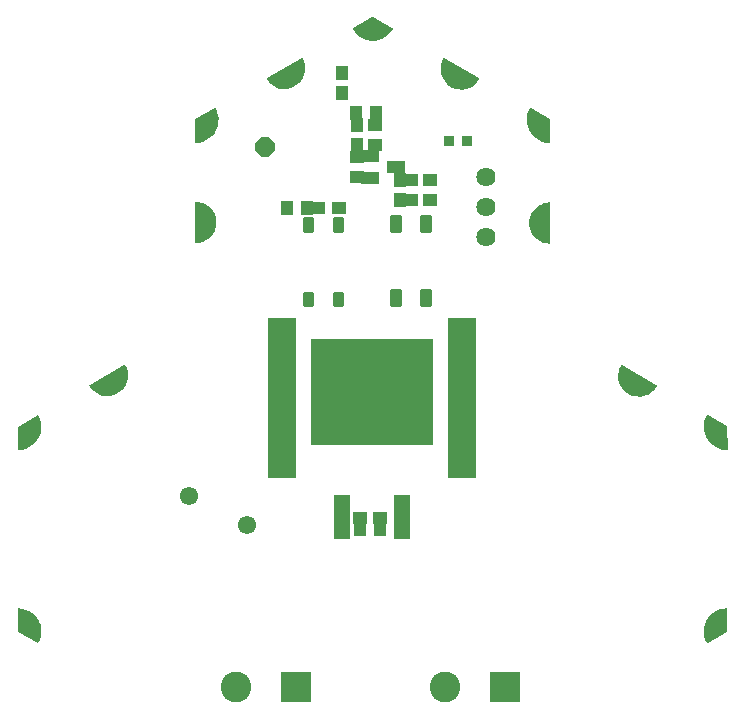
<source format=gbr>
G04 EAGLE Gerber RS-274X export*
G75*
%MOMM*%
%FSLAX34Y34*%
%LPD*%
%INSoldermask Top*%
%IPPOS*%
%AMOC8*
5,1,8,0,0,1.08239X$1,22.5*%
G01*
%ADD10R,0.901600X0.901600*%
%ADD11P,1.759533X8X22.500000*%
%ADD12R,1.101600X1.201600*%
%ADD13C,1.625600*%
%ADD14C,0.216381*%
%ADD15C,0.297525*%
%ADD16R,1.201600X1.101600*%
%ADD17R,1.501600X1.101600*%
%ADD18C,1.101600*%
%ADD19R,2.351600X13.601600*%
%ADD20C,1.549400*%
%ADD21R,2.601600X2.601600*%
%ADD22C,2.601600*%
%ADD23R,1.401600X3.801600*%
%ADD24R,10.401600X9.001600*%

G36*
X150878Y328919D02*
X150878Y328919D01*
X150949Y328927D01*
X150974Y328942D01*
X151002Y328949D01*
X151059Y328991D01*
X151121Y329026D01*
X151139Y329049D01*
X151162Y329067D01*
X151198Y329128D01*
X151242Y329184D01*
X151249Y329213D01*
X151264Y329238D01*
X151280Y329336D01*
X151291Y329377D01*
X151289Y329388D01*
X151291Y329402D01*
X151269Y363363D01*
X151268Y363365D01*
X151269Y363367D01*
X151265Y363384D01*
X151263Y363391D01*
X151265Y363421D01*
X151243Y363488D01*
X151229Y363558D01*
X151213Y363582D01*
X151203Y363609D01*
X151157Y363663D01*
X151116Y363722D01*
X151092Y363737D01*
X151073Y363759D01*
X151009Y363790D01*
X150949Y363828D01*
X150920Y363833D01*
X150894Y363846D01*
X150795Y363854D01*
X150753Y363861D01*
X150742Y363859D01*
X150728Y363860D01*
X147933Y363627D01*
X147900Y363617D01*
X147852Y363613D01*
X145134Y362923D01*
X145102Y362908D01*
X145056Y362896D01*
X142488Y361768D01*
X142460Y361748D01*
X142416Y361728D01*
X140069Y360193D01*
X140044Y360168D01*
X140004Y360142D01*
X137942Y358241D01*
X137923Y358215D01*
X137909Y358206D01*
X137903Y358197D01*
X137886Y358181D01*
X136165Y355966D01*
X136149Y355935D01*
X136120Y355897D01*
X134787Y353430D01*
X134777Y353397D01*
X134754Y353354D01*
X133845Y350701D01*
X133840Y350667D01*
X133825Y350621D01*
X133365Y347855D01*
X133366Y347820D01*
X133358Y347773D01*
X133360Y344968D01*
X133367Y344934D01*
X133367Y344886D01*
X133830Y342120D01*
X133843Y342088D01*
X133850Y342040D01*
X134763Y339388D01*
X134780Y339358D01*
X134796Y339313D01*
X136132Y336847D01*
X136155Y336821D01*
X136178Y336778D01*
X137902Y334566D01*
X137928Y334544D01*
X137957Y334506D01*
X140022Y332607D01*
X140052Y332589D01*
X140087Y332557D01*
X142436Y331025D01*
X142468Y331012D01*
X142508Y330985D01*
X145078Y329860D01*
X145111Y329853D01*
X145156Y329834D01*
X147875Y329147D01*
X147909Y329145D01*
X147956Y329134D01*
X150751Y328904D01*
X150780Y328907D01*
X150809Y328902D01*
X150878Y328919D01*
G37*
G36*
X227147Y199482D02*
X227147Y199482D01*
X227195Y199481D01*
X229972Y199868D01*
X230005Y199879D01*
X230053Y199886D01*
X232729Y200725D01*
X232759Y200742D01*
X232805Y200756D01*
X235307Y202024D01*
X235334Y202045D01*
X235377Y202067D01*
X237636Y203730D01*
X237659Y203755D01*
X237698Y203784D01*
X238026Y204121D01*
X239481Y205619D01*
X239652Y205795D01*
X239671Y205824D01*
X239704Y205859D01*
X241301Y208165D01*
X241313Y208192D01*
X241331Y208214D01*
X241351Y208282D01*
X241379Y208347D01*
X241379Y208377D01*
X241388Y208405D01*
X241380Y208475D01*
X241380Y208546D01*
X241369Y208573D01*
X241366Y208602D01*
X241331Y208664D01*
X241303Y208730D01*
X241282Y208750D01*
X241268Y208775D01*
X241206Y208826D01*
X241202Y208833D01*
X241191Y208839D01*
X241161Y208868D01*
X241151Y208873D01*
X241140Y208881D01*
X211717Y225843D01*
X211690Y225852D01*
X211666Y225868D01*
X211596Y225883D01*
X211529Y225906D01*
X211500Y225903D01*
X211471Y225909D01*
X211401Y225896D01*
X211331Y225890D01*
X211305Y225877D01*
X211276Y225871D01*
X211217Y225831D01*
X211154Y225798D01*
X211136Y225776D01*
X211111Y225759D01*
X211055Y225678D01*
X211028Y225645D01*
X211024Y225634D01*
X211016Y225623D01*
X209821Y223086D01*
X209813Y223052D01*
X209792Y223009D01*
X209031Y220309D01*
X209028Y220275D01*
X209015Y220228D01*
X208709Y217441D01*
X208712Y217406D01*
X208706Y217358D01*
X208863Y214558D01*
X208872Y214525D01*
X208874Y214477D01*
X209489Y211740D01*
X209503Y211709D01*
X209514Y211662D01*
X210571Y209064D01*
X210590Y209035D01*
X210608Y208990D01*
X212078Y206602D01*
X212102Y206577D01*
X212127Y206536D01*
X213971Y204422D01*
X213998Y204401D01*
X214030Y204365D01*
X216196Y202583D01*
X216226Y202567D01*
X216263Y202536D01*
X218693Y201136D01*
X218726Y201125D01*
X218768Y201101D01*
X221395Y200119D01*
X221429Y200113D01*
X221474Y200096D01*
X224227Y199561D01*
X224262Y199561D01*
X224309Y199552D01*
X227112Y199476D01*
X227147Y199482D01*
G37*
G36*
X-221845Y199978D02*
X-221845Y199978D01*
X-221811Y199985D01*
X-221763Y199987D01*
X-219011Y200526D01*
X-218979Y200540D01*
X-218932Y200549D01*
X-216306Y201534D01*
X-216276Y201552D01*
X-216231Y201569D01*
X-213803Y202973D01*
X-213777Y202996D01*
X-213736Y203020D01*
X-211572Y204804D01*
X-211550Y204831D01*
X-211513Y204862D01*
X-209672Y206978D01*
X-209655Y207008D01*
X-209624Y207044D01*
X-208157Y209434D01*
X-208145Y209467D01*
X-208119Y209508D01*
X-207066Y212107D01*
X-207059Y212141D01*
X-207041Y212186D01*
X-206430Y214923D01*
X-206429Y214958D01*
X-206418Y215004D01*
X-206266Y217805D01*
X-206271Y217839D01*
X-206268Y217887D01*
X-206578Y220675D01*
X-206589Y220708D01*
X-206594Y220755D01*
X-207359Y223454D01*
X-207375Y223484D01*
X-207388Y223531D01*
X-208587Y226066D01*
X-208604Y226090D01*
X-208614Y226117D01*
X-208663Y226169D01*
X-208706Y226226D01*
X-208731Y226240D01*
X-208751Y226261D01*
X-208816Y226290D01*
X-208878Y226326D01*
X-208907Y226329D01*
X-208933Y226341D01*
X-209004Y226342D01*
X-209075Y226351D01*
X-209103Y226343D01*
X-209132Y226343D01*
X-209225Y226309D01*
X-209266Y226297D01*
X-209275Y226290D01*
X-209288Y226285D01*
X-238688Y209285D01*
X-238710Y209266D01*
X-238736Y209253D01*
X-238784Y209200D01*
X-238837Y209153D01*
X-238849Y209127D01*
X-238869Y209105D01*
X-238892Y209038D01*
X-238923Y208974D01*
X-238924Y208945D01*
X-238933Y208917D01*
X-238928Y208846D01*
X-238931Y208775D01*
X-238921Y208748D01*
X-238919Y208719D01*
X-238877Y208629D01*
X-238862Y208589D01*
X-238854Y208581D01*
X-238848Y208568D01*
X-237249Y206265D01*
X-237224Y206241D01*
X-237196Y206201D01*
X-235239Y204192D01*
X-235211Y204172D01*
X-235177Y204138D01*
X-232916Y202478D01*
X-232885Y202464D01*
X-232846Y202435D01*
X-230343Y201171D01*
X-230309Y201162D01*
X-230266Y201140D01*
X-227589Y200304D01*
X-227555Y200301D01*
X-227509Y200286D01*
X-224731Y199903D01*
X-224696Y199905D01*
X-224648Y199898D01*
X-221845Y199978D01*
G37*
G36*
X-71794Y459837D02*
X-71794Y459837D01*
X-71760Y459845D01*
X-71712Y459846D01*
X-68960Y460386D01*
X-68928Y460399D01*
X-68881Y460408D01*
X-66255Y461393D01*
X-66226Y461412D01*
X-66181Y461429D01*
X-63753Y462832D01*
X-63727Y462855D01*
X-63685Y462879D01*
X-61521Y464664D01*
X-61500Y464691D01*
X-61462Y464721D01*
X-59622Y466837D01*
X-59605Y466868D01*
X-59573Y466904D01*
X-58106Y469294D01*
X-58094Y469327D01*
X-58069Y469368D01*
X-57015Y471967D01*
X-57009Y472001D01*
X-56991Y472045D01*
X-56379Y474782D01*
X-56378Y474817D01*
X-56368Y474864D01*
X-56215Y477664D01*
X-56220Y477699D01*
X-56218Y477747D01*
X-56528Y480534D01*
X-56538Y480567D01*
X-56544Y480615D01*
X-57309Y483313D01*
X-57325Y483344D01*
X-57338Y483390D01*
X-58536Y485926D01*
X-58554Y485949D01*
X-58564Y485977D01*
X-58613Y486028D01*
X-58655Y486085D01*
X-58680Y486100D01*
X-58700Y486121D01*
X-58766Y486149D01*
X-58827Y486185D01*
X-58856Y486189D01*
X-58883Y486201D01*
X-58954Y486201D01*
X-59024Y486210D01*
X-59052Y486203D01*
X-59082Y486203D01*
X-59174Y486168D01*
X-59216Y486157D01*
X-59225Y486150D01*
X-59237Y486145D01*
X-88637Y469145D01*
X-88659Y469125D01*
X-88686Y469113D01*
X-88733Y469060D01*
X-88786Y469013D01*
X-88799Y468987D01*
X-88818Y468965D01*
X-88841Y468897D01*
X-88872Y468833D01*
X-88873Y468804D01*
X-88883Y468777D01*
X-88878Y468706D01*
X-88881Y468635D01*
X-88870Y468607D01*
X-88868Y468578D01*
X-88826Y468488D01*
X-88811Y468448D01*
X-88804Y468440D01*
X-88798Y468428D01*
X-87198Y466124D01*
X-87173Y466100D01*
X-87146Y466061D01*
X-85189Y464052D01*
X-85160Y464032D01*
X-85126Y463998D01*
X-82866Y462338D01*
X-82834Y462324D01*
X-82795Y462295D01*
X-80292Y461030D01*
X-80259Y461021D01*
X-80216Y460999D01*
X-77539Y460164D01*
X-77504Y460160D01*
X-77458Y460146D01*
X-74680Y459763D01*
X-74645Y459765D01*
X-74598Y459758D01*
X-71794Y459837D01*
G37*
G36*
X76757Y459364D02*
X76757Y459364D01*
X76805Y459363D01*
X79583Y459746D01*
X79616Y459757D01*
X79664Y459764D01*
X82341Y460599D01*
X82371Y460616D01*
X82417Y460630D01*
X84920Y461895D01*
X84948Y461916D01*
X84991Y461938D01*
X87251Y463598D01*
X87275Y463623D01*
X87314Y463652D01*
X89271Y465661D01*
X89289Y465690D01*
X89323Y465724D01*
X90923Y468028D01*
X90934Y468055D01*
X90953Y468077D01*
X90973Y468145D01*
X91001Y468210D01*
X91001Y468240D01*
X91010Y468268D01*
X91002Y468338D01*
X91002Y468409D01*
X90991Y468436D01*
X90988Y468465D01*
X90953Y468527D01*
X90926Y468593D01*
X90905Y468613D01*
X90891Y468639D01*
X90814Y468702D01*
X90784Y468732D01*
X90773Y468736D01*
X90762Y468745D01*
X61362Y485745D01*
X61335Y485754D01*
X61311Y485771D01*
X61241Y485785D01*
X61174Y485808D01*
X61145Y485806D01*
X61116Y485812D01*
X61046Y485798D01*
X60976Y485793D01*
X60950Y485779D01*
X60921Y485774D01*
X60862Y485734D01*
X60799Y485701D01*
X60780Y485679D01*
X60756Y485662D01*
X60699Y485581D01*
X60672Y485548D01*
X60669Y485537D01*
X60661Y485526D01*
X59463Y482990D01*
X59454Y482957D01*
X59434Y482913D01*
X58669Y480215D01*
X58666Y480181D01*
X58653Y480134D01*
X58343Y477347D01*
X58345Y477319D01*
X58344Y477314D01*
X58345Y477309D01*
X58340Y477264D01*
X58493Y474464D01*
X58502Y474431D01*
X58504Y474382D01*
X59116Y471645D01*
X59130Y471614D01*
X59140Y471567D01*
X60194Y468968D01*
X60213Y468939D01*
X60231Y468894D01*
X61698Y466504D01*
X61722Y466478D01*
X61747Y466437D01*
X63587Y464321D01*
X63615Y464300D01*
X63646Y464264D01*
X65810Y462479D01*
X65841Y462463D01*
X65878Y462432D01*
X68306Y461029D01*
X68338Y461018D01*
X68380Y460993D01*
X71006Y460008D01*
X71040Y460003D01*
X71085Y459986D01*
X73837Y459446D01*
X73872Y459447D01*
X73919Y459437D01*
X76723Y459358D01*
X76757Y459364D01*
G37*
G36*
X-148864Y329582D02*
X-148864Y329582D01*
X-148851Y329581D01*
X-146056Y329815D01*
X-146022Y329824D01*
X-145974Y329828D01*
X-143256Y330518D01*
X-143225Y330534D01*
X-143178Y330545D01*
X-140611Y331674D01*
X-140582Y331694D01*
X-140538Y331713D01*
X-138191Y333248D01*
X-138167Y333273D01*
X-138126Y333299D01*
X-136064Y335200D01*
X-136053Y335215D01*
X-136041Y335223D01*
X-136030Y335241D01*
X-136009Y335261D01*
X-134287Y337475D01*
X-134272Y337506D01*
X-134242Y337544D01*
X-132909Y340011D01*
X-132899Y340044D01*
X-132876Y340087D01*
X-131967Y342740D01*
X-131963Y342774D01*
X-131947Y342820D01*
X-131487Y345586D01*
X-131489Y345621D01*
X-131481Y345669D01*
X-131482Y348473D01*
X-131489Y348507D01*
X-131489Y348555D01*
X-131953Y351321D01*
X-131965Y351353D01*
X-131973Y351401D01*
X-132885Y354053D01*
X-132903Y354083D01*
X-132919Y354128D01*
X-134255Y356594D01*
X-134277Y356621D01*
X-134300Y356663D01*
X-136024Y358875D01*
X-136051Y358898D01*
X-136080Y358936D01*
X-138145Y360834D01*
X-138174Y360852D01*
X-138210Y360884D01*
X-140559Y362417D01*
X-140591Y362429D01*
X-140631Y362456D01*
X-143200Y363581D01*
X-143234Y363588D01*
X-143278Y363607D01*
X-145997Y364294D01*
X-146032Y364296D01*
X-146079Y364308D01*
X-148874Y364537D01*
X-148903Y364534D01*
X-148931Y364539D01*
X-149001Y364522D01*
X-149071Y364514D01*
X-149096Y364499D01*
X-149125Y364493D01*
X-149182Y364450D01*
X-149244Y364415D01*
X-149261Y364392D01*
X-149285Y364375D01*
X-149321Y364314D01*
X-149364Y364257D01*
X-149371Y364229D01*
X-149386Y364204D01*
X-149403Y364106D01*
X-149413Y364064D01*
X-149412Y364053D01*
X-149414Y364039D01*
X-149391Y330078D01*
X-149386Y330050D01*
X-149388Y330021D01*
X-149366Y329953D01*
X-149352Y329884D01*
X-149335Y329859D01*
X-149326Y329832D01*
X-149279Y329778D01*
X-149239Y329720D01*
X-149214Y329704D01*
X-149195Y329682D01*
X-149131Y329651D01*
X-149071Y329613D01*
X-149043Y329608D01*
X-149016Y329595D01*
X-148917Y329587D01*
X-148875Y329580D01*
X-148864Y329582D01*
G37*
G36*
X150949Y414165D02*
X150949Y414165D01*
X151020Y414174D01*
X151045Y414188D01*
X151073Y414195D01*
X151130Y414237D01*
X151192Y414273D01*
X151210Y414296D01*
X151233Y414313D01*
X151269Y414374D01*
X151312Y414431D01*
X151319Y414459D01*
X151334Y414484D01*
X151351Y414583D01*
X151361Y414624D01*
X151359Y414635D01*
X151362Y414648D01*
X151339Y433688D01*
X151323Y433763D01*
X151315Y433839D01*
X151304Y433860D01*
X151299Y433882D01*
X151255Y433946D01*
X151218Y434013D01*
X151198Y434029D01*
X151186Y434046D01*
X151149Y434070D01*
X151090Y434119D01*
X134613Y443658D01*
X134585Y443668D01*
X134561Y443684D01*
X134492Y443699D01*
X134424Y443722D01*
X134395Y443720D01*
X134367Y443726D01*
X134297Y443712D01*
X134226Y443707D01*
X134200Y443693D01*
X134172Y443688D01*
X134112Y443648D01*
X134049Y443615D01*
X134031Y443593D01*
X134007Y443577D01*
X133949Y443495D01*
X133922Y443462D01*
X133919Y443452D01*
X133911Y443440D01*
X132597Y440670D01*
X132589Y440637D01*
X132568Y440595D01*
X131715Y437650D01*
X131713Y437616D01*
X131699Y437571D01*
X131330Y434527D01*
X131332Y434494D01*
X131326Y434447D01*
X131450Y431383D01*
X131458Y431351D01*
X131460Y431304D01*
X132073Y428299D01*
X132086Y428268D01*
X132095Y428222D01*
X133183Y425355D01*
X133201Y425327D01*
X133217Y425283D01*
X134750Y422627D01*
X134773Y422602D01*
X134796Y422561D01*
X136735Y420186D01*
X136761Y420165D01*
X136791Y420128D01*
X139086Y418095D01*
X139115Y418078D01*
X139150Y418047D01*
X141741Y416408D01*
X141773Y416396D01*
X141813Y416371D01*
X144633Y415169D01*
X144667Y415162D01*
X144710Y415143D01*
X147687Y414410D01*
X147721Y414408D01*
X147766Y414397D01*
X150822Y414150D01*
X150851Y414153D01*
X150880Y414149D01*
X150949Y414165D01*
G37*
G36*
X284320Y-9327D02*
X284320Y-9327D01*
X284349Y-9327D01*
X284443Y-9292D01*
X284484Y-9281D01*
X284492Y-9274D01*
X284505Y-9269D01*
X300982Y270D01*
X301040Y321D01*
X301102Y367D01*
X301114Y387D01*
X301131Y402D01*
X301164Y472D01*
X301203Y538D01*
X301208Y563D01*
X301216Y582D01*
X301218Y626D01*
X301231Y702D01*
X301254Y19741D01*
X301248Y19769D01*
X301251Y19798D01*
X301229Y19866D01*
X301215Y19936D01*
X301198Y19960D01*
X301189Y19987D01*
X301143Y20041D01*
X301102Y20100D01*
X301078Y20116D01*
X301059Y20138D01*
X300995Y20169D01*
X300935Y20207D01*
X300906Y20212D01*
X300880Y20225D01*
X300781Y20234D01*
X300739Y20241D01*
X300728Y20238D01*
X300715Y20239D01*
X297658Y19993D01*
X297626Y19983D01*
X297579Y19980D01*
X294602Y19246D01*
X294571Y19231D01*
X294526Y19220D01*
X291705Y18019D01*
X291677Y17999D01*
X291634Y17981D01*
X289042Y16343D01*
X289018Y16319D01*
X288978Y16294D01*
X286683Y14261D01*
X286663Y14234D01*
X286627Y14203D01*
X284688Y11828D01*
X284672Y11798D01*
X284642Y11762D01*
X283109Y9106D01*
X283099Y9074D01*
X283075Y9034D01*
X281988Y6167D01*
X281982Y6133D01*
X281965Y6090D01*
X281352Y3086D01*
X281352Y3052D01*
X281342Y3006D01*
X281219Y-58D01*
X281224Y-91D01*
X281222Y-138D01*
X281592Y-3182D01*
X281602Y-3214D01*
X281608Y-3261D01*
X282461Y-6206D01*
X282477Y-6236D01*
X282489Y-6281D01*
X283804Y-9051D01*
X283821Y-9074D01*
X283831Y-9102D01*
X283880Y-9153D01*
X283923Y-9210D01*
X283948Y-9225D01*
X283968Y-9246D01*
X284033Y-9274D01*
X284095Y-9310D01*
X284124Y-9314D01*
X284150Y-9325D01*
X284221Y-9326D01*
X284292Y-9335D01*
X284320Y-9327D01*
G37*
G36*
X-299077Y154133D02*
X-299077Y154133D01*
X-299064Y154132D01*
X-296007Y154378D01*
X-295975Y154388D01*
X-295928Y154391D01*
X-292951Y155125D01*
X-292920Y155140D01*
X-292875Y155151D01*
X-290054Y156352D01*
X-290026Y156372D01*
X-289983Y156390D01*
X-287391Y158029D01*
X-287367Y158052D01*
X-287327Y158077D01*
X-285032Y160110D01*
X-285012Y160137D01*
X-284976Y160168D01*
X-283037Y162543D01*
X-283021Y162573D01*
X-282991Y162609D01*
X-281458Y165265D01*
X-281448Y165297D01*
X-281424Y165337D01*
X-280337Y168204D01*
X-280331Y168238D01*
X-280314Y168281D01*
X-279701Y171286D01*
X-279701Y171319D01*
X-279691Y171365D01*
X-279568Y174429D01*
X-279573Y174462D01*
X-279571Y174509D01*
X-279941Y177553D01*
X-279951Y177585D01*
X-279957Y177632D01*
X-280810Y180577D01*
X-280825Y180607D01*
X-280838Y180652D01*
X-282153Y183422D01*
X-282170Y183445D01*
X-282180Y183473D01*
X-282229Y183524D01*
X-282272Y183581D01*
X-282297Y183596D01*
X-282317Y183617D01*
X-282382Y183645D01*
X-282444Y183681D01*
X-282473Y183685D01*
X-282499Y183696D01*
X-282570Y183697D01*
X-282641Y183706D01*
X-282669Y183698D01*
X-282698Y183698D01*
X-282792Y183663D01*
X-282833Y183652D01*
X-282841Y183645D01*
X-282854Y183640D01*
X-299331Y174101D01*
X-299389Y174050D01*
X-299451Y174004D01*
X-299463Y173984D01*
X-299480Y173969D01*
X-299513Y173899D01*
X-299552Y173833D01*
X-299557Y173808D01*
X-299565Y173789D01*
X-299567Y173745D01*
X-299580Y173669D01*
X-299603Y154630D01*
X-299597Y154602D01*
X-299600Y154573D01*
X-299578Y154505D01*
X-299564Y154435D01*
X-299547Y154411D01*
X-299538Y154384D01*
X-299492Y154330D01*
X-299451Y154271D01*
X-299427Y154255D01*
X-299408Y154233D01*
X-299344Y154202D01*
X-299284Y154164D01*
X-299255Y154159D01*
X-299229Y154146D01*
X-299130Y154138D01*
X-299088Y154130D01*
X-299077Y154133D01*
G37*
G36*
X-149072Y414283D02*
X-149072Y414283D01*
X-149059Y414281D01*
X-146003Y414528D01*
X-145970Y414538D01*
X-145923Y414541D01*
X-142946Y415275D01*
X-142916Y415289D01*
X-142870Y415300D01*
X-140049Y416502D01*
X-140021Y416521D01*
X-139978Y416539D01*
X-137387Y418178D01*
X-137362Y418202D01*
X-137322Y418227D01*
X-135027Y420260D01*
X-135007Y420287D01*
X-134972Y420318D01*
X-133032Y422693D01*
X-133017Y422723D01*
X-132987Y422759D01*
X-131454Y425414D01*
X-131443Y425447D01*
X-131419Y425487D01*
X-131004Y426581D01*
X-131004Y426582D01*
X-130815Y427081D01*
X-130625Y427580D01*
X-130436Y428079D01*
X-130332Y428354D01*
X-130326Y428387D01*
X-130310Y428431D01*
X-129696Y431435D01*
X-129696Y431469D01*
X-129687Y431515D01*
X-129563Y434579D01*
X-129569Y434612D01*
X-129566Y434659D01*
X-129936Y437703D01*
X-129947Y437735D01*
X-129952Y437782D01*
X-130805Y440727D01*
X-130821Y440757D01*
X-130834Y440802D01*
X-132148Y443572D01*
X-132165Y443595D01*
X-132175Y443622D01*
X-132225Y443674D01*
X-132267Y443731D01*
X-132292Y443746D01*
X-132312Y443767D01*
X-132378Y443795D01*
X-132439Y443831D01*
X-132468Y443835D01*
X-132495Y443846D01*
X-132566Y443847D01*
X-132637Y443856D01*
X-132664Y443848D01*
X-132693Y443848D01*
X-132787Y443813D01*
X-132828Y443802D01*
X-132836Y443795D01*
X-132849Y443790D01*
X-149326Y434251D01*
X-149384Y434199D01*
X-149446Y434154D01*
X-149458Y434134D01*
X-149475Y434119D01*
X-149508Y434049D01*
X-149548Y433983D01*
X-149552Y433958D01*
X-149561Y433939D01*
X-149563Y433895D01*
X-149576Y433819D01*
X-149598Y414780D01*
X-149593Y414751D01*
X-149595Y414722D01*
X-149573Y414655D01*
X-149559Y414585D01*
X-149543Y414561D01*
X-149534Y414533D01*
X-149487Y414480D01*
X-149447Y414421D01*
X-149422Y414405D01*
X-149403Y414383D01*
X-149339Y414352D01*
X-149279Y414313D01*
X-149251Y414309D01*
X-149225Y414296D01*
X-149125Y414287D01*
X-149083Y414280D01*
X-149072Y414283D01*
G37*
G36*
X300880Y154235D02*
X300880Y154235D01*
X300950Y154243D01*
X300976Y154258D01*
X301004Y154265D01*
X301061Y154307D01*
X301123Y154342D01*
X301140Y154365D01*
X301164Y154383D01*
X301200Y154444D01*
X301243Y154501D01*
X301250Y154529D01*
X301265Y154554D01*
X301281Y154652D01*
X301292Y154694D01*
X301290Y154705D01*
X301292Y154718D01*
X301270Y173757D01*
X301254Y173833D01*
X301246Y173909D01*
X301234Y173929D01*
X301230Y173952D01*
X301186Y174016D01*
X301149Y174083D01*
X301129Y174099D01*
X301117Y174116D01*
X301080Y174140D01*
X301021Y174189D01*
X284543Y183728D01*
X284516Y183737D01*
X284492Y183754D01*
X284423Y183769D01*
X284355Y183792D01*
X284326Y183789D01*
X284298Y183795D01*
X284228Y183782D01*
X284157Y183776D01*
X284131Y183763D01*
X284102Y183758D01*
X284043Y183718D01*
X283980Y183685D01*
X283962Y183663D01*
X283937Y183646D01*
X283880Y183564D01*
X283853Y183532D01*
X283850Y183521D01*
X283842Y183510D01*
X282528Y180740D01*
X282520Y180707D01*
X282499Y180665D01*
X281646Y177720D01*
X281643Y177686D01*
X281630Y177641D01*
X281260Y174597D01*
X281263Y174563D01*
X281257Y174517D01*
X281381Y171453D01*
X281389Y171420D01*
X281390Y171373D01*
X282004Y168369D01*
X282017Y168338D01*
X282026Y168292D01*
X283113Y165425D01*
X283131Y165396D01*
X283148Y165353D01*
X284681Y162697D01*
X284703Y162672D01*
X284727Y162631D01*
X286666Y160256D01*
X286692Y160234D01*
X286721Y160198D01*
X289016Y158165D01*
X289046Y158148D01*
X289081Y158116D01*
X291672Y156478D01*
X291704Y156466D01*
X291743Y156440D01*
X294564Y155238D01*
X294597Y155232D01*
X294640Y155213D01*
X297617Y154479D01*
X297651Y154478D01*
X297697Y154466D01*
X300753Y154220D01*
X300782Y154223D01*
X300810Y154218D01*
X300880Y154235D01*
G37*
G36*
X-282577Y-9411D02*
X-282577Y-9411D01*
X-282506Y-9405D01*
X-282480Y-9392D01*
X-282451Y-9387D01*
X-282392Y-9347D01*
X-282329Y-9314D01*
X-282311Y-9292D01*
X-282286Y-9275D01*
X-282229Y-9193D01*
X-282202Y-9161D01*
X-282199Y-9150D01*
X-282191Y-9139D01*
X-280877Y-6369D01*
X-280869Y-6336D01*
X-280848Y-6294D01*
X-279995Y-3349D01*
X-279992Y-3315D01*
X-279979Y-3270D01*
X-279609Y-226D01*
X-279612Y-192D01*
X-279606Y-146D01*
X-279730Y2918D01*
X-279738Y2951D01*
X-279739Y2998D01*
X-280353Y6002D01*
X-280366Y6033D01*
X-280375Y6079D01*
X-281462Y8946D01*
X-281480Y8975D01*
X-281497Y9018D01*
X-283030Y11674D01*
X-283052Y11699D01*
X-283076Y11740D01*
X-285015Y14115D01*
X-285041Y14137D01*
X-285070Y14173D01*
X-287365Y16206D01*
X-287395Y16223D01*
X-287430Y16255D01*
X-290021Y17893D01*
X-290053Y17905D01*
X-290092Y17931D01*
X-292913Y19133D01*
X-292946Y19139D01*
X-292989Y19158D01*
X-295966Y19892D01*
X-296000Y19893D01*
X-296046Y19905D01*
X-299102Y20151D01*
X-299131Y20148D01*
X-299159Y20153D01*
X-299229Y20136D01*
X-299299Y20128D01*
X-299325Y20113D01*
X-299353Y20106D01*
X-299410Y20064D01*
X-299472Y20029D01*
X-299489Y20006D01*
X-299513Y19988D01*
X-299549Y19927D01*
X-299592Y19870D01*
X-299599Y19842D01*
X-299614Y19817D01*
X-299630Y19719D01*
X-299641Y19677D01*
X-299639Y19667D01*
X-299641Y19653D01*
X-299619Y614D01*
X-299603Y538D01*
X-299595Y462D01*
X-299583Y442D01*
X-299579Y419D01*
X-299535Y356D01*
X-299498Y288D01*
X-299478Y272D01*
X-299466Y255D01*
X-299429Y231D01*
X-299370Y182D01*
X-282892Y-9357D01*
X-282865Y-9366D01*
X-282841Y-9383D01*
X-282772Y-9398D01*
X-282704Y-9421D01*
X-282675Y-9418D01*
X-282647Y-9424D01*
X-282577Y-9411D01*
G37*
G36*
X2379Y500856D02*
X2379Y500856D01*
X2426Y500855D01*
X5452Y501347D01*
X5484Y501359D01*
X5530Y501366D01*
X8439Y502337D01*
X8468Y502354D01*
X8512Y502369D01*
X11227Y503794D01*
X11254Y503815D01*
X11295Y503837D01*
X13747Y505679D01*
X13769Y505704D01*
X13807Y505732D01*
X15931Y507943D01*
X15949Y507972D01*
X15982Y508005D01*
X17723Y510529D01*
X17735Y510556D01*
X17753Y510578D01*
X17774Y510646D01*
X17801Y510712D01*
X17802Y510741D01*
X17810Y510768D01*
X17802Y510840D01*
X17802Y510911D01*
X17791Y510937D01*
X17788Y510966D01*
X17753Y511028D01*
X17725Y511094D01*
X17704Y511114D01*
X17690Y511139D01*
X17613Y511203D01*
X17582Y511233D01*
X17572Y511237D01*
X17562Y511245D01*
X1062Y520745D01*
X989Y520769D01*
X918Y520800D01*
X895Y520801D01*
X873Y520808D01*
X796Y520802D01*
X719Y520803D01*
X695Y520794D01*
X675Y520792D01*
X635Y520772D01*
X563Y520745D01*
X-15937Y511245D01*
X-15958Y511226D01*
X-15985Y511214D01*
X-16032Y511161D01*
X-16086Y511114D01*
X-16098Y511088D01*
X-16118Y511066D01*
X-16141Y510999D01*
X-16172Y510934D01*
X-16173Y510905D01*
X-16182Y510878D01*
X-16178Y510807D01*
X-16181Y510736D01*
X-16171Y510709D01*
X-16169Y510680D01*
X-16126Y510589D01*
X-16112Y510549D01*
X-16104Y510541D01*
X-16098Y510529D01*
X-14357Y508005D01*
X-14332Y507982D01*
X-14306Y507943D01*
X-12182Y505732D01*
X-12154Y505713D01*
X-12122Y505679D01*
X-9670Y503837D01*
X-9640Y503822D01*
X-9602Y503794D01*
X-6887Y502369D01*
X-6855Y502359D01*
X-6814Y502337D01*
X-3905Y501366D01*
X-3871Y501362D01*
X-3827Y501347D01*
X-801Y500855D01*
X-767Y500857D01*
X-721Y500849D01*
X2346Y500849D01*
X2379Y500856D01*
G37*
D10*
X80525Y415925D03*
X65525Y415925D03*
D11*
X-90488Y411163D03*
D12*
X-25400Y456638D03*
X-25400Y473638D03*
D13*
X96838Y334963D03*
X96838Y360363D03*
X96838Y385763D03*
D12*
X-10088Y87313D03*
X6913Y87313D03*
D14*
X-50774Y276649D02*
X-50774Y287501D01*
X-50774Y276649D02*
X-57626Y276649D01*
X-57626Y287501D01*
X-50774Y287501D01*
X-50774Y278705D02*
X-57626Y278705D01*
X-57626Y280761D02*
X-50774Y280761D01*
X-50774Y282817D02*
X-57626Y282817D01*
X-57626Y284873D02*
X-50774Y284873D01*
X-50774Y286929D02*
X-57626Y286929D01*
X-25374Y287501D02*
X-25374Y276649D01*
X-32226Y276649D01*
X-32226Y287501D01*
X-25374Y287501D01*
X-25374Y278705D02*
X-32226Y278705D01*
X-32226Y280761D02*
X-25374Y280761D01*
X-25374Y282817D02*
X-32226Y282817D01*
X-32226Y284873D02*
X-25374Y284873D01*
X-25374Y286929D02*
X-32226Y286929D01*
X-25374Y339649D02*
X-25374Y350501D01*
X-25374Y339649D02*
X-32226Y339649D01*
X-32226Y350501D01*
X-25374Y350501D01*
X-25374Y341705D02*
X-32226Y341705D01*
X-32226Y343761D02*
X-25374Y343761D01*
X-25374Y345817D02*
X-32226Y345817D01*
X-32226Y347873D02*
X-25374Y347873D01*
X-25374Y349929D02*
X-32226Y349929D01*
X-50774Y350501D02*
X-50774Y339649D01*
X-57626Y339649D01*
X-57626Y350501D01*
X-50774Y350501D01*
X-50774Y341705D02*
X-57626Y341705D01*
X-57626Y343761D02*
X-50774Y343761D01*
X-50774Y345817D02*
X-57626Y345817D01*
X-57626Y347873D02*
X-50774Y347873D01*
X-50774Y349929D02*
X-57626Y349929D01*
D15*
X43017Y351846D02*
X43017Y339804D01*
X43017Y351846D02*
X49059Y351846D01*
X49059Y339804D01*
X43017Y339804D01*
X43017Y342630D02*
X49059Y342630D01*
X49059Y345456D02*
X43017Y345456D01*
X43017Y348282D02*
X49059Y348282D01*
X49059Y351108D02*
X43017Y351108D01*
X17617Y351846D02*
X17617Y339804D01*
X17617Y351846D02*
X23659Y351846D01*
X23659Y339804D01*
X17617Y339804D01*
X17617Y342630D02*
X23659Y342630D01*
X23659Y345456D02*
X17617Y345456D01*
X17617Y348282D02*
X23659Y348282D01*
X23659Y351108D02*
X17617Y351108D01*
X17617Y288846D02*
X17617Y276804D01*
X17617Y288846D02*
X23659Y288846D01*
X23659Y276804D01*
X17617Y276804D01*
X17617Y279630D02*
X23659Y279630D01*
X23659Y282456D02*
X17617Y282456D01*
X17617Y285282D02*
X23659Y285282D01*
X23659Y288108D02*
X17617Y288108D01*
X43017Y288846D02*
X43017Y276804D01*
X43017Y288846D02*
X49059Y288846D01*
X49059Y276804D01*
X43017Y276804D01*
X43017Y279630D02*
X49059Y279630D01*
X49059Y282456D02*
X43017Y282456D01*
X43017Y285282D02*
X49059Y285282D01*
X49059Y288108D02*
X43017Y288108D01*
D16*
X6913Y96838D03*
X-10088Y96838D03*
D12*
X-12700Y412188D03*
X-12700Y429188D03*
D17*
X20525Y393700D03*
X-1475Y384200D03*
X-1475Y403200D03*
D16*
X33338Y383150D03*
X33338Y366150D03*
X3175Y412188D03*
X3175Y429188D03*
D12*
X23813Y366150D03*
X23813Y383150D03*
X-72000Y358775D03*
X-55000Y358775D03*
D16*
X-45013Y358775D03*
X-28013Y358775D03*
X49213Y366150D03*
X49213Y383150D03*
D12*
X-13263Y439738D03*
X3738Y439738D03*
D18*
X813Y512313D03*
X143911Y429687D03*
X-70188Y471213D03*
X72313Y470813D03*
X143835Y346351D03*
X-142148Y429819D03*
X-141957Y347090D03*
X-292153Y169669D03*
X-292191Y4614D03*
X-220238Y211353D03*
X293804Y4702D03*
X293842Y169757D03*
X222733Y210898D03*
D19*
X-76200Y198438D03*
X76300Y198438D03*
D20*
X-105283Y90742D03*
X-155067Y115634D03*
D21*
X112713Y-46038D03*
D22*
X61913Y-46038D03*
D21*
X-63713Y-46038D03*
D22*
X-114513Y-46038D03*
D16*
X-12700Y402200D03*
X-12700Y385200D03*
D23*
X-25400Y97513D03*
D24*
X0Y203513D03*
D23*
X25400Y97513D03*
M02*

</source>
